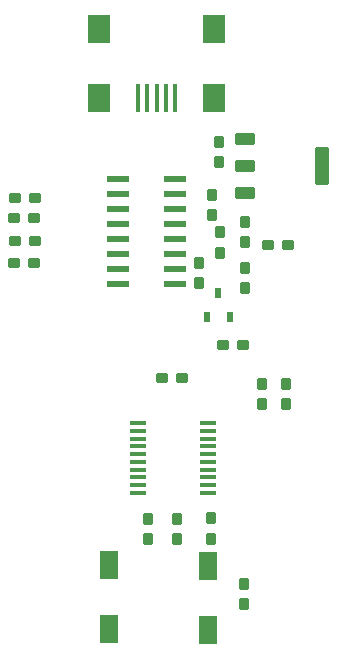
<source format=gbr>
G04 DipTrace 4.0.0.3*
G04 TopPaste.gbr*
%MOIN*%
G04 #@! TF.FileFunction,Paste,Top*
G04 #@! TF.Part,Single*
%AMOUTLINE2*
4,1,28,
-0.019685,-0.009713,
-0.019685,0.009713,
-0.0194,0.011876,
-0.018615,0.013771,
-0.017367,0.015398,
-0.01574,0.016647,
-0.013845,0.017432,
-0.011682,0.017717,
0.011682,0.017717,
0.013845,0.017432,
0.01574,0.016647,
0.017367,0.015398,
0.018615,0.013771,
0.0194,0.011876,
0.019685,0.009713,
0.019685,-0.009713,
0.0194,-0.011876,
0.018615,-0.013771,
0.017367,-0.015398,
0.01574,-0.016647,
0.013845,-0.017432,
0.011682,-0.017717,
-0.011682,-0.017717,
-0.013845,-0.017432,
-0.01574,-0.016647,
-0.017367,-0.015398,
-0.018615,-0.013771,
-0.0194,-0.011876,
-0.019685,-0.009713,
0*%
%AMOUTLINE5*
4,1,28,
0.009713,-0.019685,
-0.009713,-0.019685,
-0.011876,-0.0194,
-0.013771,-0.018615,
-0.015398,-0.017367,
-0.016647,-0.01574,
-0.017432,-0.013845,
-0.017717,-0.011682,
-0.017717,0.011682,
-0.017432,0.013845,
-0.016647,0.01574,
-0.015398,0.017367,
-0.013771,0.018615,
-0.011876,0.0194,
-0.009713,0.019685,
0.009713,0.019685,
0.011876,0.0194,
0.013771,0.018615,
0.015398,0.017367,
0.016647,0.01574,
0.017432,0.013845,
0.017717,0.011682,
0.017717,-0.011682,
0.017432,-0.013845,
0.016647,-0.01574,
0.015398,-0.017367,
0.013771,-0.018615,
0.011876,-0.0194,
0.009713,-0.019685,
0*%
%AMOUTLINE8*
4,1,28,
0.019685,0.009713,
0.019685,-0.009713,
0.0194,-0.011876,
0.018615,-0.013771,
0.017367,-0.015398,
0.01574,-0.016647,
0.013845,-0.017432,
0.011682,-0.017717,
-0.011682,-0.017717,
-0.013845,-0.017432,
-0.01574,-0.016647,
-0.017367,-0.015398,
-0.018615,-0.013771,
-0.0194,-0.011876,
-0.019685,-0.009713,
-0.019685,0.009713,
-0.0194,0.011876,
-0.018615,0.013771,
-0.017367,0.015398,
-0.01574,0.016647,
-0.013845,0.017432,
-0.011682,0.017717,
0.011682,0.017717,
0.013845,0.017432,
0.01574,0.016647,
0.017367,0.015398,
0.018615,0.013771,
0.0194,0.011876,
0.019685,0.009713,
0*%
%AMOUTLINE11*
4,1,28,
-0.005974,0.017913,
0.005973,0.017914,
0.007116,0.017763,
0.008062,0.017371,
0.008874,0.016749,
0.009497,0.015937,
0.009888,0.014991,
0.010039,0.013848,
0.01004,-0.013847,
0.009889,-0.014991,
0.009498,-0.015936,
0.008875,-0.016748,
0.008063,-0.017371,
0.007117,-0.017763,
0.005974,-0.017913,
-0.005973,-0.017914,
-0.007116,-0.017763,
-0.008062,-0.017371,
-0.008874,-0.016749,
-0.009497,-0.015937,
-0.009888,-0.014991,
-0.010039,-0.013848,
-0.01004,0.013847,
-0.009889,0.014991,
-0.009498,0.015936,
-0.008875,0.016748,
-0.008063,0.017371,
-0.007117,0.017763,
-0.005974,0.017913,
0*%
%AMOUTLINE14*
4,1,28,
0.005974,-0.017913,
-0.005973,-0.017914,
-0.007116,-0.017763,
-0.008062,-0.017371,
-0.008874,-0.016749,
-0.009497,-0.015937,
-0.009888,-0.014991,
-0.010039,-0.013848,
-0.01004,0.013847,
-0.009889,0.014991,
-0.009498,0.015936,
-0.008875,0.016748,
-0.008063,0.017371,
-0.007117,0.017763,
-0.005974,0.017913,
0.005973,0.017914,
0.007116,0.017763,
0.008062,0.017371,
0.008874,0.016749,
0.009497,0.015937,
0.009888,0.014991,
0.010039,0.013848,
0.01004,-0.013847,
0.009889,-0.014991,
0.009498,-0.015936,
0.008875,-0.016748,
0.008063,-0.017371,
0.007117,-0.017763,
0.005974,-0.017913,
0*%
%AMOUTLINE17*
4,1,28,
-0.009713,0.019685,
0.009713,0.019685,
0.011876,0.0194,
0.013771,0.018615,
0.015398,0.017367,
0.016647,0.01574,
0.017432,0.013845,
0.017717,0.011682,
0.017717,-0.011682,
0.017432,-0.013845,
0.016647,-0.01574,
0.015398,-0.017367,
0.013771,-0.018615,
0.011876,-0.0194,
0.009713,-0.019685,
-0.009713,-0.019685,
-0.011876,-0.0194,
-0.013771,-0.018615,
-0.015398,-0.017367,
-0.016647,-0.01574,
-0.017432,-0.013845,
-0.017717,-0.011682,
-0.017717,0.011682,
-0.017432,0.013845,
-0.016647,0.01574,
-0.015398,0.017367,
-0.013771,0.018615,
-0.011876,0.0194,
-0.009713,0.019685,
0*%
%AMOUTLINE20*
4,1,28,
0.037402,0.00617,
0.037402,-0.00617,
0.037224,-0.007518,
0.036754,-0.008653,
0.036006,-0.009628,
0.035031,-0.010376,
0.033896,-0.010846,
0.032548,-0.011024,
-0.032548,-0.011024,
-0.033896,-0.010846,
-0.035031,-0.010376,
-0.036006,-0.009628,
-0.036754,-0.008653,
-0.037224,-0.007518,
-0.037402,-0.00617,
-0.037402,0.00617,
-0.037224,0.007518,
-0.036754,0.008653,
-0.036006,0.009628,
-0.035031,0.010376,
-0.033896,0.010846,
-0.032548,0.011024,
0.032548,0.011024,
0.033896,0.010846,
0.035031,0.010376,
0.036006,0.009628,
0.036754,0.008653,
0.037224,0.007518,
0.037402,0.00617,
0*%
%AMOUTLINE23*
4,1,28,
-0.037402,-0.00617,
-0.037402,0.00617,
-0.037224,0.007518,
-0.036754,0.008653,
-0.036006,0.009628,
-0.035031,0.010376,
-0.033896,0.010846,
-0.032548,0.011024,
0.032548,0.011024,
0.033896,0.010846,
0.035031,0.010376,
0.036006,0.009628,
0.036754,0.008653,
0.037224,0.007518,
0.037402,0.00617,
0.037402,-0.00617,
0.037224,-0.007518,
0.036754,-0.008653,
0.036006,-0.009628,
0.035031,-0.010376,
0.033896,-0.010846,
0.032548,-0.011024,
-0.032548,-0.011024,
-0.033896,-0.010846,
-0.035031,-0.010376,
-0.036006,-0.009628,
-0.036754,-0.008653,
-0.037224,-0.007518,
-0.037402,-0.00617,
0*%
%AMOUTLINE26*
4,1,28,
0.033464,0.011442,
0.033465,-0.01144,
0.033105,-0.014175,
0.032099,-0.016602,
0.0305,-0.018687,
0.028415,-0.020287,
0.025987,-0.021293,
0.023253,-0.021653,
-0.023252,-0.021654,
-0.025986,-0.021294,
-0.028414,-0.020289,
-0.030499,-0.018689,
-0.032099,-0.016604,
-0.033104,-0.014176,
-0.033464,-0.011442,
-0.033465,0.01144,
-0.033105,0.014175,
-0.032099,0.016602,
-0.0305,0.018687,
-0.028415,0.020287,
-0.025987,0.021293,
-0.023253,0.021653,
0.023252,0.021654,
0.025986,0.021294,
0.028414,0.020289,
0.030499,0.018689,
0.032099,0.016604,
0.033104,0.014176,
0.033464,0.011442,
0*%
%AMOUTLINE29*
4,1,28,
-0.02303,-0.054793,
-0.023033,0.054792,
-0.022748,0.056954,
-0.021963,0.058849,
-0.020715,0.060476,
-0.019088,0.061725,
-0.017193,0.06251,
-0.01503,0.062795,
0.015027,0.062796,
0.017189,0.062511,
0.019084,0.061726,
0.020712,0.060478,
0.02196,0.05885,
0.022745,0.056955,
0.02303,0.054793,
0.023033,-0.054792,
0.022748,-0.056954,
0.021963,-0.058849,
0.020715,-0.060476,
0.019088,-0.061725,
0.017193,-0.06251,
0.01503,-0.062795,
-0.015027,-0.062796,
-0.017189,-0.062511,
-0.019084,-0.061726,
-0.020712,-0.060478,
-0.02196,-0.05885,
-0.022745,-0.056955,
-0.02303,-0.054793,
0*%
%ADD44R,0.074803X0.094488*%
%ADD46R,0.015748X0.094488*%
%ADD48R,0.054134X0.01378*%
%ADD50R,0.059055X0.094488*%
%ADD63OUTLINE2*%
%ADD66OUTLINE5*%
%ADD69OUTLINE8*%
%ADD72OUTLINE11*%
%ADD75OUTLINE14*%
%ADD78OUTLINE17*%
%ADD81OUTLINE20*%
%ADD84OUTLINE23*%
%ADD87OUTLINE26*%
%ADD90OUTLINE29*%
%FSLAX26Y26*%
G04*
G70*
G90*
G75*
G01*
G04 TopPaste*
%LPD*%
D63*
X950995Y1447461D3*
X1017924D3*
D66*
X1365238Y1362314D3*
Y1429243D3*
X1283121Y1361451D3*
Y1428381D3*
D69*
X528194Y1903396D3*
X461265D3*
X524102Y1982385D3*
X457173D3*
X526029Y2047289D3*
X459100D3*
X525169Y1830370D3*
X458240D3*
D66*
X1140930Y2169656D3*
X1140929Y2236585D3*
D63*
X1304255Y1890757D3*
X1371184D3*
D66*
X1143550Y1866379D3*
X1143549Y1933308D3*
X1227570Y1747554D3*
Y1814483D3*
X1224289Y694774D3*
Y761703D3*
D72*
X1101554Y1649931D3*
X1176357Y1649933D3*
D75*
X1138953Y1733003D3*
D66*
X1226356Y1902441D3*
Y1969370D3*
X1113934Y913227D3*
Y980156D3*
D78*
X904614Y978844D3*
Y911915D3*
X1000281Y978327D3*
Y911398D3*
X1072857Y1832806D3*
Y1765877D3*
D63*
X1152820Y1557058D3*
X1219749Y1557060D3*
D66*
X1117791Y1992974D3*
X1117789Y2059903D3*
D50*
X774358Y823449D3*
Y610850D3*
X1103264Y820538D3*
Y607940D3*
D48*
X871289Y1296764D3*
Y1271173D3*
Y1245583D3*
Y1219992D3*
Y1194402D3*
Y1168811D3*
Y1143220D3*
Y1117630D3*
Y1092039D3*
Y1066449D3*
X1102627D3*
Y1092039D3*
Y1117630D3*
Y1143220D3*
Y1168811D3*
Y1194402D3*
Y1219992D3*
Y1245583D3*
Y1271173D3*
Y1296764D3*
D81*
X803615Y2111840D3*
Y2061840D3*
Y2011840D3*
Y1961840D3*
Y1911840D3*
Y1861840D3*
Y1811840D3*
Y1761840D3*
D84*
X992986D3*
Y1811840D3*
Y1861840D3*
Y1911840D3*
Y1961840D3*
Y2011840D3*
Y2061840D3*
Y2111840D3*
D46*
X995391Y2380127D3*
X963895D3*
X932399D3*
X900903D3*
X869407D3*
D44*
X1123738D3*
X741060D3*
X1123738Y2610049D3*
X741060D3*
D87*
X1226637Y2246018D3*
X1226639Y2155467D3*
X1226641Y2064915D3*
D90*
X1484513Y2155473D3*
M02*

</source>
